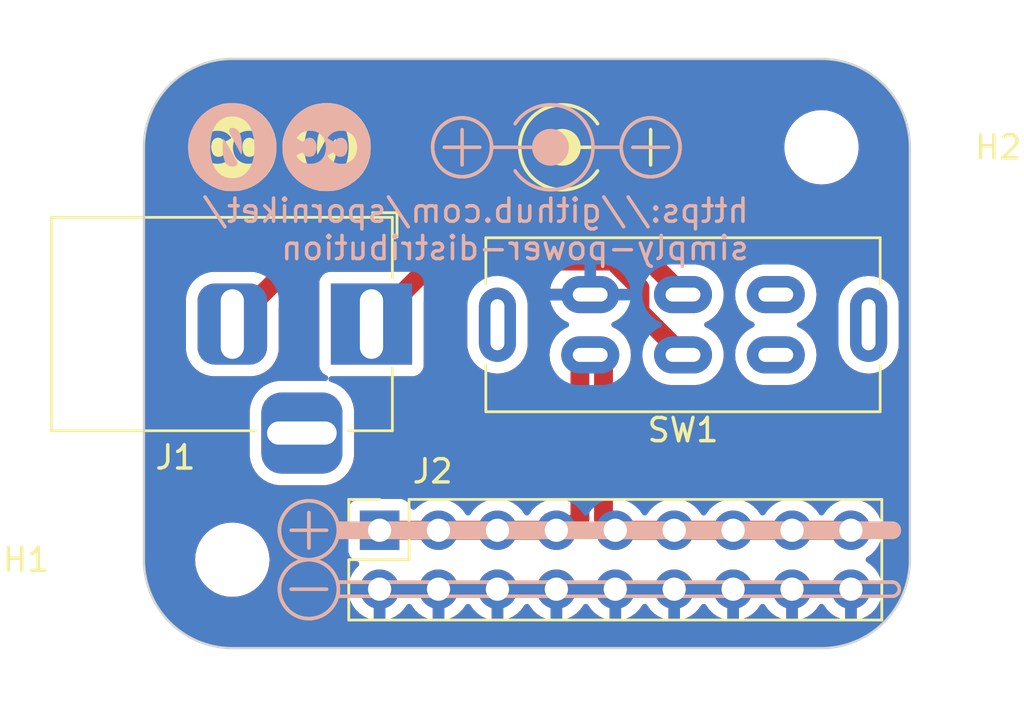
<source format=kicad_pcb>
(kicad_pcb (version 20221018) (generator pcbnew)
  (title_block (title "Simply power distribution") (date "2024-01-21") (rev "v1.0.0-RC1") (company "Sporniket") (comment 4 "Original repository : https://github.com/sporniket/simply-power-distribution"))
  (layers (0 "F.Cu" signal) (31 "B.Cu" signal) (34 "B.Paste" user) (35 "F.Paste" user) (36 "B.SilkS" user "B.Silkscreen") (37 "F.SilkS" user "F.Silkscreen") (38 "B.Mask" user) (39 "F.Mask" user) (44 "Edge.Cuts" user))
  (net 0 "")
  (net 1 "Net-(J1-Pad1)")
  (net 2 "Net-(J1-Pad2)")
  (net 5 "/GND")
  (net 6 "/VCC")
  (footprint "MountingHole:MountingHole_2.7mm_M2.5" (layer "F.Cu") (at 92.71 29.21)
    (fp_text reference "H2" (at 7.62 0) (layer "F.SilkS"))
    (fp_text value "M2.5")
    (pad "" np_thru_hole circle (at 0 0) (size 2.7 2.7) (drill 2.7) (layers "*.Cu" "*.Mask"))
  )
  (footprint "MountingHole:MountingHole_2.7mm_M2.5" (layer "F.Cu") (at 67.31 46.99)
    (fp_text reference "H1" (at -8.89 0) (layer "F.SilkS"))
    (fp_text value "M2.5")
    (pad "" np_thru_hole circle (at 0 0) (size 2.7 2.7) (drill 2.7) (layers "*.Cu" "*.Mask"))
  )
  (footprint "Connector_BarrelJack:BarrelJack_Horizontal" (layer "F.Cu") (at 73.31 36.83)
    (fp_text reference "J1" (at -8.45 5.75) (layer "F.SilkS"))
    (fp_text value "55-21 Barrel Jack")
    (fp_line (start -13.8 -4.6) (end 0.9 -4.6) (stroke (width 0.12)) (layer "F.SilkS"))
    (fp_line (start -13.8 4.6) (end -13.8 -4.6) (stroke (width 0.12)) (layer "F.SilkS"))
    (fp_line (start -5 4.6) (end -13.8 4.6) (stroke (width 0.12)) (layer "F.SilkS"))
    (fp_line (start 0.05 -4.8) (end 1.1 -4.8) (stroke (width 0.12)) (layer "F.SilkS"))
    (fp_line (start 0.9 -4.6) (end 0.9 -2) (stroke (width 0.12)) (layer "F.SilkS"))
    (fp_line (start 0.9 1.9) (end 0.9 4.6) (stroke (width 0.12)) (layer "F.SilkS"))
    (fp_line (start 0.9 4.6) (end -1 4.6) (stroke (width 0.12)) (layer "F.SilkS"))
    (fp_line (start 1.1 -3.75) (end 1.1 -4.8) (stroke (width 0.12)) (layer "F.SilkS"))
    (pad "1" thru_hole rect (at 0 0) (size 3.5 3.5) (drill oval 1 3) (layers "*.Cu" "*.Mask") (net 1 "Net-(J1-Pad1)"))
    (pad "2" thru_hole roundrect (at -6 0) (size 3 3.5) (drill oval 1 3) (layers "*.Cu" "*.Mask") (net 2 "Net-(J1-Pad2)"))
    (pad "3" thru_hole roundrect (at -3 4.7) (size 3.5 3.5) (drill oval 3 1) (layers "*.Cu" "*.Mask"))
  )
  (footprint "cliparts:logo--cc--cc" (layer "F.Cu") (at 67.31 29.21)
    (fp_text reference "G***" hide)
    (fp_text value "LOGO" hide)
    (fp_poly (pts (xy 0.181573 -1.88911) (xy 0.356543 -1.871074) (xy 0.516513 -1.837606) (xy 0.67123 -1.78662) (xy 0.830442 -1.716032) (xy 0.843643 -1.709487) (xy 1.070063 -1.576968) (xy 1.272256 -1.418939) (xy 1.448851 -1.23807) (xy 1.59848 -1.037032) (xy 1.719773 -0.818495) (xy 1.81136 -0.585129) (xy 1.871872 -0.339604) (xy 1.899941 -0.084591) (xy 1.894196 0.177239) (xy 1.878437 0.308429) (xy 1.853943 0.448409) (xy 1.825086 0.566605) (xy 1.787398 0.677514) (xy 1.736411 0.795637) (xy 1.71349 0.843643) (xy 1.594377 1.04822) (xy 1.445139 1.238044) (xy 1.270073 1.409836) (xy 1.073479 1.560318) (xy 0.859654 1.686213) (xy 0.632895 1.784243) (xy 0.397503 1.85113) (xy 0.390465 1.852598) (xy 0.274583 1.870164) (xy 0.137355 1.881003) (xy -0.009239 1.885001) (xy -0.153222 1.882044) (xy -0.282615 1.872018) (xy -0.362857 1.859794) (xy -0.608774 1.792389) (xy -0.84152 1.692819) (xy -1.058442 1.563648) (xy -1.256888 1.407438) (xy -1.434207 1.226752) (xy -1.587745 1.024153) (xy -1.714851 0.802205) (xy -1.812872 0.563469) (xy -1.855612 0.417286) (xy -1.881501 0.273424) (xy -1.894726 0.10788) (xy -1.895294 -0.034735) (xy -1.3212 -0.034735) (xy -1.318302 0.081038) (xy -1.290796 0.243029) (xy -1.237057 0.381658) (xy -1.155967 0.499747) (xy -1.150236 0.506209) (xy -1.04068 0.601841) (xy -0.911682 0.669965) (xy -0.768744 0.709424) (xy -0.617371 0.719062) (xy -0.463063 0.697722) (xy -0.371906 0.669772) (xy -0.295824 0.634434) (xy -0.224288 0.584414) (xy -0.149678 0.515804) (xy -0.098676 0.46176) (xy -0.05957 0.414453) (xy -0.038389 0.381431) (xy -0.036285 0.373837) (xy -0.052325 0.350606) (xy -0.096884 0.318213) (xy -0.164235 0.280736) (xy -0.292185 0.216302) (xy -0.368342 0.299837) (xy -0.428999 0.357355) (xy -0.486889 0.390111) (xy -0.522838 0.400697) (xy -0.618426 0.407074) (xy -0.70938 0.386575) (xy -0.783917 0.342107) (xy -0.792298 0.334209) (xy -0.846678 0.256777) (xy -0.883244 0.157152) (xy -0.901671 0.044798) (xy -0.901658 -0.000564) (xy 0.021925 -0.000564) (xy 0.032819 0.147536) (xy 0.067865 0.289005) (xy 0.127017 0.417388) (xy 0.210228 0.526226) (xy 0.228506 0.543934) (xy 0.349757 0.631795) (xy 0.487782 0.69001) (xy 0.637194 0.717665) (xy 0.792606 0.713848) (xy 0.948631 0.677644) (xy 0.970666 0.669772) (xy 1.046747 0.634434) (xy 1.118283 0.584414) (xy 1.192893 0.515804) (xy 1.243904 0.46171) (xy 1.283013 0.414289) (xy 1.304188 0.381114) (xy 1.306286 0.37346) (xy 1.29179 0.351835) (xy 1.254093 0.323517) (xy 1.201883 0.292771) (xy 1.143849 0.263861) (xy 1.088679 0.241053) (xy 1.04506 0.22861) (xy 1.021681 0.230797) (xy 1.02029 0.23308) (xy 1.003623 0.261215) (xy 0.972063 0.302343) (xy 0.959106 0.317537) (xy 0.886365 0.374553) (xy 0.797859 0.403743) (xy 0.702027 0.404313) (xy 0.607307 0.375471) (xy 0.569508 0.354149) (xy 0.517338 0.300429) (xy 0.476897 0.220085) (xy 0.449855 0.121353) (xy 0.43788 0.012473) (xy 0.442643 -0.098318) (xy 0.460246 -0.18494) (xy 0.503984 -0.281315) (xy 0.567876 -0.351762) (xy 0.645923 -0.394996) (xy 0.732128 -0.409727) (xy 0.820491 -0.394669) (xy 0.905013 -0.348535) (xy 0.962346 -0.292681) (xy 1.016645 -0.226807) (xy 1.156522 -0.30268) (xy 1.219954 -0.338556) (xy 1.269762 -0.369494) (xy 1.298243 -0.390592) (xy 1.301968 -0.395261) (xy 1.293807 -0.420456) (xy 1.263689 -0.46093) (xy 1.218455 -0.509885) (xy 1.164944 -0.560519) (xy 1.109995 -0.606035) (xy 1.060447 -0.639631) (xy 1.0511 -0.644672) (xy 0.911788 -0.696839) (xy 0.763841 -0.719532) (xy 0.614253 -0.713716) (xy 0.470018 -0.680356) (xy 0.338131 -0.620416) (xy 0.225585 -0.534862) (xy 0.220802 -0.530141) (xy 0.134623 -0.420083) (xy 0.072781 -0.29083) (xy 0.035231 -0.148838) (xy 0.021925 -0.000564) (xy -0.901658 -0.000564) (xy -0.901636 -0.070823) (xy -0.882815 -0.180246) (xy -0.844886 -0.274009) (xy -0.814547 -0.31687) (xy -0.740947 -0.375776) (xy -0.655247 -0.404356) (xy -0.56465 -0.403011) (xy -0.476356 -0.372142) (xy -0.397567 -0.31215) (xy -0.380225 -0.292681) (xy -0.325926 -0.226807) (xy -0.186049 -0.30268) (xy -0.12248 -0.338813) (xy -0.072453 -0.370357) (xy -0.043729 -0.392287) (xy -0.039923 -0.397301) (xy -0.048117 -0.422599) (xy -0.078488 -0.462977) (xy -0.124195 -0.511726) (xy -0.178395 -0.562141) (xy -0.234249 -0.607514) (xy -0.284915 -0.641138) (xy -0.293064 -0.645479) (xy -0.421737 -0.692962) (xy -0.565556 -0.716327) (xy -0.713429 -0.715426) (xy -0.854269 -0.690113) (xy -0.950387 -0.654165) (xy -1.074292 -0.574791) (xy -1.175104 -0.469605) (xy -1.251046 -0.342163) (xy -1.300338 -0.196021) (xy -1.3212 -0.034735) (xy -1.895294 -0.034735) (xy -1.895423 -0.067078) (xy -1.88373 -0.239179) (xy -1.859785 -0.396155) (xy -1.845815 -0.455728) (xy -1.767541 -0.692448) (xy -1.662289 -0.910967) (xy -1.527044 -1.11655) (xy -1.358789 -1.31446) (xy -1.346304 -1.327531) (xy -1.160235 -1.500286) (xy -0.964759 -1.639929) (xy -0.75504 -1.749348) (xy -0.526241 -1.831427) (xy -0.480631 -1.844059) (xy -0.402317 -1.863556) (xy -0.332789 -1.877142) (xy -0.261944 -1.885903) (xy -0.17968 -1.890926) (xy -0.075895 -1.893297) (xy -0.018143 -1.893796) (xy 0.181573 -1.88911)) (stroke (width 0.01)) (fill solid) (layer "F.SilkS"))
  )
  (footprint "commons-interconnect_THT:g-switch_22f12-gxxx" (layer "F.Cu") (at 86.74 36.86 180)
    (fp_text reference "SW1" (at 0 -4.542 unlocked) (layer "F.SilkS"))
    (fp_text value "Power Switch")
    (fp_line (start -8.5 -3.75) (end -8.5 -1.75) (stroke (width 0.12)) (layer "F.SilkS"))
    (fp_line (start -8.5 -3.75) (end 8.5 -3.75) (stroke (width 0.12)) (layer "F.SilkS"))
    (fp_line (start -8.5 1.75) (end -8.5 3.75) (stroke (width 0.12)) (layer "F.SilkS"))
    (fp_line (start -8.5 3.75) (end 8.5 3.75) (stroke (width 0.12)) (layer "F.SilkS"))
    (fp_line (start 8.5 -3.75) (end 8.5 -1.75) (stroke (width 0.12)) (layer "F.SilkS"))
    (fp_line (start 8.5 1.75) (end 8.5 3.75) (stroke (width 0.12)) (layer "F.SilkS"))
    (pad "0" thru_hole oval (at -8 0 270) (size 3.2 1.6) (drill oval 2.2 0.6) (layers "*.Cu" "*.Mask"))
    (pad "0" thru_hole oval (at 8 0 270) (size 3.2 1.6) (drill oval 2.2 0.6) (layers "*.Cu" "*.Mask"))
    (pad "1" thru_hole oval (at -4 -1.3 180) (size 2.5 1.6) (drill oval 1.5 0.6) (layers "*.Cu" "*.Mask"))
    (pad "2" thru_hole oval (at 0 -1.3 180) (size 2.5 1.6) (drill oval 1.5 0.6) (layers "*.Cu" "*.Mask") (net 1 "Net-(J1-Pad1)"))
    (pad "3" thru_hole oval (at 4 -1.3 180) (size 2.5 1.6) (drill oval 1.5 0.6) (layers "*.Cu" "*.Mask") (net 6 "/VCC"))
    (pad "4" thru_hole oval (at -4 1.3 180) (size 2.5 1.6) (drill oval 1.5 0.6) (layers "*.Cu" "*.Mask"))
    (pad "5" thru_hole oval (at 0 1.3 180) (size 2.5 1.6) (drill oval 1.5 0.6) (layers "*.Cu" "*.Mask") (net 2 "Net-(J1-Pad2)"))
    (pad "6" thru_hole oval (at 4 1.3 180) (size 2.5 1.6) (drill oval 1.5 0.6) (layers "*.Cu" "*.Mask") (net 5 "/GND"))
  )
  (footprint "cliparts:logo--cc--zero" (layer "F.Cu") (at 71.374 29.21)
    (fp_text reference "G***" hide)
    (fp_text value "LOGO" hide)
    (fp_poly (pts (xy 0.057321 -0.830424) (xy 0.083463 -0.820686) (xy 0.117309 -0.780814) (xy 0.137478 -0.725549) (xy 0.137747 -0.680571) (xy 0.127503 -0.657424) (xy 0.102603 -0.607525) (xy 0.06567 -0.535781) (xy 0.019328 -0.447098) (xy -0.033802 -0.346382) (xy -0.091097 -0.238539) (xy -0.149934 -0.128475) (xy -0.20769 -0.021096) (xy -0.261742 0.07869) (xy -0.309468 0.165979) (xy -0.348245 0.235863) (xy -0.375451 0.283438) (xy -0.388462 0.303795) (xy -0.388486 0.30382) (xy -0.393459 0.290764) (xy -0.400181 0.249603) (xy -0.407406 0.188391) (xy -0.40931 0.169171) (xy -0.413139 0.092066) (xy -0.413075 -0.007241) (xy -0.409332 -0.114899) (xy -0.403675 -0.199571) (xy -0.382038 -0.376288) (xy -0.349163 -0.520517) (xy -0.304017 -0.634591) (xy -0.245569 -0.720841) (xy -0.172787 -0.781601) (xy -0.138177 -0.799862) (xy -0.070544 -0.82254) (xy -0.001027 -0.833136) (xy 0.057321 -0.830424)) (stroke (width 0.01)) (fill solid) (layer "F.SilkS"))
    (fp_poly (pts (xy 0.383764 -0.357274) (xy 0.393353 -0.321778) (xy 0.40108 -0.257806) (xy 0.406723 -0.173131) (xy 0.41006 -0.075525) (xy 0.410869 0.027239) (xy 0.408929 0.127388) (xy 0.404016 0.217149) (xy 0.401074 0.249312) (xy 0.3739 0.425253) (xy 0.333003 0.568124) (xy 0.278198 0.678521) (xy 0.261348 0.702372) (xy 0.190452 0.769059) (xy 0.101924 0.813267) (xy 0.00607 0.831874) (xy -0.086801 0.82176) (xy -0.108484 0.814324) (xy -0.177149 0.773742) (xy -0.212652 0.720491) (xy -0.217714 0.686685) (xy -0.209228 0.658752) (xy -0.185436 0.606283) (xy -0.14884 0.53362) (xy -0.101939 0.445101) (xy -0.047235 0.345066) (xy 0.012774 0.237856) (xy 0.075585 0.12781) (xy 0.138699 0.019269) (xy 0.199616 -0.083428) (xy 0.255834 -0.175941) (xy 0.304853 -0.253931) (xy 0.344174 -0.313056) (xy 0.371295 -0.348978) (xy 0.383716 -0.357356) (xy 0.383764 -0.357274)) (stroke (width 0.01)) (fill solid) (layer "F.SilkS"))
    (fp_poly (pts (xy 0.165523 -1.89717) (xy 0.419686 -1.859637) (xy 0.664181 -1.787833) (xy 0.896761 -1.682579) (xy 1.115182 -1.544698) (xy 1.304474 -1.38712) (xy 1.481837 -1.195152) (xy 1.631406 -0.981221) (xy 1.750897 -0.749165) (xy 1.838026 -0.502822) (xy 1.844128 -0.480359) (xy 1.863624 -0.401998) (xy 1.877214 -0.332288) (xy 1.885988 -0.26112) (xy 1.891036 -0.178383) (xy 1.893449 -0.073966) (xy 1.893958 -0.018143) (xy 1.893143 0.121119) (xy 1.888203 0.233522) (xy 1.878477 0.32833) (xy 1.8633 0.414805) (xy 1.862771 0.417286) (xy 1.792249 0.662677) (xy 1.689954 0.891356) (xy 1.557011 1.101922) (xy 1.394546 1.292972) (xy 1.203684 1.463102) (xy 0.985551 1.61091) (xy 0.843643 1.687511) (xy 0.704335 1.75318) (xy 0.582976 1.801925) (xy 0.469017 1.836271) (xy 0.351906 1.858744) (xy 0.221093 1.871867) (xy 0.066027 1.878168) (xy 0.045357 1.878584) (xy -0.057047 1.87988) (xy -0.149573 1.879943) (xy -0.22482 1.878851) (xy -0.275389 1.876683) (xy -0.290286 1.875007) (xy -0.554392 1.807678) (xy -0.795148 1.713832) (xy -1.015524 1.591928) (xy -1.218493 1.440426) (xy -1.333868 1.333968) (xy -1.511617 1.132692) (xy -1.657864 0.913606) (xy -1.77222 0.677378) (xy -1.84672 0.45378) (xy -1.865359 0.379667) (xy -1.878292 0.31352) (xy -1.886515 0.245572) (xy -1.891027 0.166054) (xy -1.892822 0.065197) (xy -1.892977 0.011949) (xy -0.962263 0.011949) (xy -0.952186 0.225626) (xy -0.922519 0.434426) (xy -0.872812 0.63303) (xy -0.802618 0.816122) (xy -0.796966 0.828134) (xy -0.702488 0.988993) (xy -0.587229 1.120459) (xy -0.45277 1.221717) (xy -0.300691 1.29195) (xy -0.132571 1.330343) (xy 0.050008 1.33608) (xy 0.163286 1.323908) (xy 0.326889 1.280535) (xy 0.476659 1.204962) (xy 0.609024 1.099792) (xy 0.720412 0.967631) (xy 0.774855 0.878033) (xy 0.844141 0.718825) (xy 0.897988 0.533618) (xy 0.935244 0.329766) (xy 0.954756 0.114625) (xy 0.955373 -0.104449) (xy 0.947333 -0.222973) (xy 0.912947 -0.464304) (xy 0.858093 -0.676541) (xy 0.782907 -0.859426) (xy 0.687524 -1.0127) (xy 0.57208 -1.136105) (xy 0.436711 -1.229384) (xy 0.411082 -1.242542) (xy 0.249752 -1.303406) (xy 0.082219 -1.333412) (xy -0.086049 -1.333434) (xy -0.249586 -1.304349) (xy -0.402924 -1.247033) (xy -0.540596 -1.16236) (xy -0.636437 -1.074798) (xy -0.734485 -0.943512) (xy -0.815634 -0.785201) (xy -0.879434 -0.605182) (xy -0.925439 -0.408773) (xy -0.953198 -0.20129) (xy -0.962263 0.011949) (xy -1.892977 0.011949) (xy -1.893012 0) (xy -1.892259 -0.115871) (xy -1.889329 -0.205279) (xy -1.883215 -0.278029) (xy -1.87291 -0.343923) (xy -1.857409 -0.412765) (xy -1.846226 -0.455728) (xy -1.765836 -0.697077) (xy -1.658279 -0.918824) (xy -1.520588 -1.126164) (xy -1.350311 -1.323756) (xy -1.159879 -1.500692) (xy -0.961487 -1.643312) (xy -0.751606 -1.753235) (xy -0.526709 -1.832081) (xy -0.283267 -1.88147) (xy -0.096062 -1.899611) (xy 0.165523 -1.89717)) (stroke (width 0.01)) (fill solid) (layer "F.SilkS"))
  )
  (footprint "Connector_PinSocket_2.54mm:PinSocket_2x09_P2.54mm_Vertical" (layer "F.Cu") (at 73.66 45.72 90)
    (fp_text reference "J2" (at 2.54 2.286 180) (layer "F.SilkS"))
    (fp_text value "Power distribution")
    (fp_line (start -3.87 -1.33) (end -3.87 21.65) (stroke (width 0.12)) (layer "F.SilkS"))
    (fp_line (start -3.87 -1.33) (end -1.27 -1.33) (stroke (width 0.12)) (layer "F.SilkS"))
    (fp_line (start -3.87 21.65) (end 1.33 21.65) (stroke (width 0.12)) (layer "F.SilkS"))
    (fp_line (start -1.27 -1.33) (end -1.27 1.27) (stroke (width 0.12)) (layer "F.SilkS"))
    (fp_line (start -1.27 1.27) (end 1.33 1.27) (stroke (width 0.12)) (layer "F.SilkS"))
    (fp_line (start 0 -1.33) (end 1.33 -1.33) (stroke (width 0.12)) (layer "F.SilkS"))
    (fp_line (start 1.33 -1.33) (end 1.33 0) (stroke (width 0.12)) (layer "F.SilkS"))
    (fp_line (start 1.33 1.27) (end 1.33 21.65) (stroke (width 0.12)) (layer "F.SilkS"))
    (pad "1" thru_hole rect (at 0 0 90) (size 1.7 1.7) (drill 1) (layers "*.Cu" "*.Mask") (net 6 "/VCC"))
    (pad "2" thru_hole oval (at -2.54 0 90) (size 1.7 1.7) (drill 1) (layers "*.Cu" "*.Mask") (net 5 "/GND"))
    (pad "3" thru_hole oval (at 0 2.54 90) (size 1.7 1.7) (drill 1) (layers "*.Cu" "*.Mask") (net 6 "/VCC"))
    (pad "4" thru_hole oval (at -2.54 2.54 90) (size 1.7 1.7) (drill 1) (layers "*.Cu" "*.Mask") (net 5 "/GND"))
    (pad "5" thru_hole oval (at 0 5.08 90) (size 1.7 1.7) (drill 1) (layers "*.Cu" "*.Mask") (net 6 "/VCC"))
    (pad "6" thru_hole oval (at -2.54 5.08 90) (size 1.7 1.7) (drill 1) (layers "*.Cu" "*.Mask") (net 5 "/GND"))
    (pad "7" thru_hole oval (at 0 7.62 90) (size 1.7 1.7) (drill 1) (layers "*.Cu" "*.Mask") (net 6 "/VCC"))
    (pad "8" thru_hole oval (at -2.54 7.62 90) (size 1.7 1.7) (drill 1) (layers "*.Cu" "*.Mask") (net 5 "/GND"))
    (pad "9" thru_hole oval (at 0 10.16 90) (size 1.7 1.7) (drill 1) (layers "*.Cu" "*.Mask") (net 6 "/VCC"))
    (pad "10" thru_hole oval (at -2.54 10.16 90) (size 1.7 1.7) (drill 1) (layers "*.Cu" "*.Mask") (net 5 "/GND"))
    (pad "11" thru_hole oval (at 0 12.7 90) (size 1.7 1.7) (drill 1) (layers "*.Cu" "*.Mask") (net 6 "/VCC"))
    (pad "12" thru_hole oval (at -2.54 12.7 90) (size 1.7 1.7) (drill 1) (layers "*.Cu" "*.Mask") (net 5 "/GND"))
    (pad "13" thru_hole oval (at 0 15.24 90) (size 1.7 1.7) (drill 1) (layers "*.Cu" "*.Mask") (net 6 "/VCC"))
    (pad "14" thru_hole oval (at -2.54 15.24 90) (size 1.7 1.7) (drill 1) (layers "*.Cu" "*.Mask") (net 5 "/GND"))
    (pad "15" thru_hole oval (at 0 17.78 90) (size 1.7 1.7) (drill 1) (layers "*.Cu" "*.Mask") (net 6 "/VCC"))
    (pad "16" thru_hole oval (at -2.54 17.78 90) (size 1.7 1.7) (drill 1) (layers "*.Cu" "*.Mask") (net 5 "/GND"))
    (pad "17" thru_hole oval (at 0 20.32 90) (size 1.7 1.7) (drill 1) (layers "*.Cu" "*.Mask") (net 6 "/VCC"))
    (pad "18" thru_hole oval (at -2.54 20.32 90) (size 1.7 1.7) (drill 1) (layers "*.Cu" "*.Mask") (net 5 "/GND"))
  )
  (footprint "cliparts:logo--cc--zero" (layer "B.Cu") (at 67.31 29.21 180)
    (fp_text reference "G***" hide)
    (fp_text value "LOGO" hide)
    (fp_poly (pts (xy 0.057321 0.830424) (xy 0.083463 0.820686) (xy 0.117309 0.780814) (xy 0.137478 0.725549) (xy 0.137747 0.680571) (xy 0.127503 0.657424) (xy 0.102603 0.607525) (xy 0.06567 0.535781) (xy 0.019328 0.447098) (xy -0.033802 0.346382) (xy -0.091097 0.238539) (xy -0.149934 0.128475) (xy -0.20769 0.021096) (xy -0.261742 -0.07869) (xy -0.309468 -0.165979) (xy -0.348245 -0.235863) (xy -0.375451 -0.283438) (xy -0.388462 -0.303795) (xy -0.388486 -0.30382) (xy -0.393459 -0.290764) (xy -0.400181 -0.249603) (xy -0.407406 -0.188391) (xy -0.40931 -0.169171) (xy -0.413139 -0.092066) (xy -0.413075 0.007241) (xy -0.409332 0.114899) (xy -0.403675 0.199571) (xy -0.382038 0.376288) (xy -0.349163 0.520517) (xy -0.304017 0.634591) (xy -0.245569 0.720841) (xy -0.172787 0.781601) (xy -0.138177 0.799862) (xy -0.070544 0.82254) (xy -0.001027 0.833136) (xy 0.057321 0.830424)) (stroke (width 0.01)) (fill solid) (layer "B.SilkS"))
    (fp_poly (pts (xy 0.383764 0.357274) (xy 0.393353 0.321778) (xy 0.40108 0.257806) (xy 0.406723 0.173131) (xy 0.41006 0.075525) (xy 0.410869 -0.027239) (xy 0.408929 -0.127388) (xy 0.404016 -0.217149) (xy 0.401074 -0.249312) (xy 0.3739 -0.425253) (xy 0.333003 -0.568124) (xy 0.278198 -0.678521) (xy 0.261348 -0.702372) (xy 0.190452 -0.769059) (xy 0.101924 -0.813267) (xy 0.00607 -0.831874) (xy -0.086801 -0.82176) (xy -0.108484 -0.814324) (xy -0.177149 -0.773742) (xy -0.212652 -0.720491) (xy -0.217714 -0.686685) (xy -0.209228 -0.658752) (xy -0.185436 -0.606283) (xy -0.14884 -0.53362) (xy -0.101939 -0.445101) (xy -0.047235 -0.345066) (xy 0.012774 -0.237856) (xy 0.075585 -0.12781) (xy 0.138699 -0.019269) (xy 0.199616 0.083428) (xy 0.255834 0.175941) (xy 0.304853 0.253931) (xy 0.344174 0.313056) (xy 0.371295 0.348978) (xy 0.383716 0.357356) (xy 0.383764 0.357274)) (stroke (width 0.01)) (fill solid) (layer "B.SilkS"))
    (fp_poly (pts (xy 0.165523 1.89717) (xy 0.419686 1.859637) (xy 0.664181 1.787833) (xy 0.896761 1.682579) (xy 1.115182 1.544698) (xy 1.304474 1.38712) (xy 1.481837 1.195152) (xy 1.631406 0.981221) (xy 1.750897 0.749165) (xy 1.838026 0.502822) (xy 1.844128 0.480359) (xy 1.863624 0.401998) (xy 1.877214 0.332288) (xy 1.885988 0.26112) (xy 1.891036 0.178383) (xy 1.893449 0.073966) (xy 1.893958 0.018143) (xy 1.893143 -0.121119) (xy 1.888203 -0.233522) (xy 1.878477 -0.32833) (xy 1.8633 -0.414805) (xy 1.862771 -0.417286) (xy 1.792249 -0.662677) (xy 1.689954 -0.891356) (xy 1.557011 -1.101922) (xy 1.394546 -1.292972) (xy 1.203684 -1.463102) (xy 0.985551 -1.61091) (xy 0.843643 -1.687511) (xy 0.704335 -1.75318) (xy 0.582976 -1.801925) (xy 0.469017 -1.836271) (xy 0.351906 -1.858744) (xy 0.221093 -1.871867) (xy 0.066027 -1.878168) (xy 0.045357 -1.878584) (xy -0.057047 -1.87988) (xy -0.149573 -1.879943) (xy -0.22482 -1.878851) (xy -0.275389 -1.876683) (xy -0.290286 -1.875007) (xy -0.554392 -1.807678) (xy -0.795148 -1.713832) (xy -1.015524 -1.591928) (xy -1.218493 -1.440426) (xy -1.333868 -1.333968) (xy -1.511617 -1.132692) (xy -1.657864 -0.913606) (xy -1.77222 -0.677378) (xy -1.84672 -0.45378) (xy -1.865359 -0.379667) (xy -1.878292 -0.31352) (xy -1.886515 -0.245572) (xy -1.891027 -0.166054) (xy -1.892822 -0.065197) (xy -1.892977 -0.011949) (xy -0.962263 -0.011949) (xy -0.952186 -0.225626) (xy -0.922519 -0.434426) (xy -0.872812 -0.63303) (xy -0.802618 -0.816122) (xy -0.796966 -0.828134) (xy -0.702488 -0.988993) (xy -0.587229 -1.120459) (xy -0.45277 -1.221717) (xy -0.300691 -1.29195) (xy -0.132571 -1.330343) (xy 0.050008 -1.33608) (xy 0.163286 -1.323908) (xy 0.326889 -1.280535) (xy 0.476659 -1.204962) (xy 0.609024 -1.099792) (xy 0.720412 -0.967631) (xy 0.774855 -0.878033) (xy 0.844141 -0.718825) (xy 0.897988 -0.533618) (xy 0.935244 -0.329766) (xy 0.954756 -0.114625) (xy 0.955373 0.104449) (xy 0.947333 0.222973) (xy 0.912947 0.464304) (xy 0.858093 0.676541) (xy 0.782907 0.859426) (xy 0.687524 1.0127) (xy 0.57208 1.136105) (xy 0.436711 1.229384) (xy 0.411082 1.242542) (xy 0.249752 1.303406) (xy 0.082219 1.333412) (xy -0.086049 1.333434) (xy -0.249586 1.304349) (xy -0.402924 1.247033) (xy -0.540596 1.16236) (xy -0.636437 1.074798) (xy -0.734485 0.943512) (xy -0.815634 0.785201) (xy -0.879434 0.605182) (xy -0.925439 0.408773) (xy -0.953198 0.20129) (xy -0.962263 -0.011949) (xy -1.892977 -0.011949) (xy -1.893012 0) (xy -1.892259 0.115871) (xy -1.889329 0.205279) (xy -1.883215 0.278029) (xy -1.87291 0.343923) (xy -1.857409 0.412765) (xy -1.846226 0.455728) (xy -1.765836 0.697077) (xy -1.658279 0.918824) (xy -1.520588 1.126164) (xy -1.350311 1.323756) (xy -1.159879 1.500692) (xy -0.961487 1.643312) (xy -0.751606 1.753235) (xy -0.526709 1.832081) (xy -0.283267 1.88147) (xy -0.096062 1.899611) (xy 0.165523 1.89717)) (stroke (width 0.01)) (fill solid) (layer "B.SilkS"))
  )
  (footprint "cliparts:logo--cc--cc" (layer "B.Cu") (at 71.374 29.21 180)
    (fp_text reference "G***" hide)
    (fp_text value "LOGO" hide)
    (fp_poly (pts (xy 0.181573 1.88911) (xy 0.356543 1.871074) (xy 0.516513 1.837606) (xy 0.67123 1.78662) (xy 0.830442 1.716032) (xy 0.843643 1.709487) (xy 1.070063 1.576968) (xy 1.272256 1.418939) (xy 1.448851 1.23807) (xy 1.59848 1.037032) (xy 1.719773 0.818495) (xy 1.81136 0.585129) (xy 1.871872 0.339604) (xy 1.899941 0.084591) (xy 1.894196 -0.177239) (xy 1.878437 -0.308429) (xy 1.853943 -0.448409) (xy 1.825086 -0.566605) (xy 1.787398 -0.677514) (xy 1.736411 -0.795637) (xy 1.71349 -0.843643) (xy 1.594377 -1.04822) (xy 1.445139 -1.238044) (xy 1.270073 -1.409836) (xy 1.073479 -1.560318) (xy 0.859654 -1.686213) (xy 0.632895 -1.784243) (xy 0.397503 -1.85113) (xy 0.390465 -1.852598) (xy 0.274583 -1.870164) (xy 0.137355 -1.881003) (xy -0.009239 -1.885001) (xy -0.153222 -1.882044) (xy -0.282615 -1.872018) (xy -0.362857 -1.859794) (xy -0.608774 -1.792389) (xy -0.84152 -1.692819) (xy -1.058442 -1.563648) (xy -1.256888 -1.407438) (xy -1.434207 -1.226752) (xy -1.587745 -1.024153) (xy -1.714851 -0.802205) (xy -1.812872 -0.563469) (xy -1.855612 -0.417286) (xy -1.881501 -0.273424) (xy -1.894726 -0.10788) (xy -1.895294 0.034735) (xy -1.3212 0.034735) (xy -1.318302 -0.081038) (xy -1.290796 -0.243029) (xy -1.237057 -0.381658) (xy -1.155967 -0.499747) (xy -1.150236 -0.506209) (xy -1.04068 -0.601841) (xy -0.911682 -0.669965) (xy -0.768744 -0.709424) (xy -0.617371 -0.719062) (xy -0.463063 -0.697722) (xy -0.371906 -0.669772) (xy -0.295824 -0.634434) (xy -0.224288 -0.584414) (xy -0.149678 -0.515804) (xy -0.098676 -0.46176) (xy -0.05957 -0.414453) (xy -0.038389 -0.381431) (xy -0.036285 -0.373837) (xy -0.052325 -0.350606) (xy -0.096884 -0.318213) (xy -0.164235 -0.280736) (xy -0.292185 -0.216302) (xy -0.368342 -0.299837) (xy -0.428999 -0.357355) (xy -0.486889 -0.390111) (xy -0.522838 -0.400697) (xy -0.618426 -0.407074) (xy -0.70938 -0.386575) (xy -0.783917 -0.342107) (xy -0.792298 -0.334209) (xy -0.846678 -0.256777) (xy -0.883244 -0.157152) (xy -0.901671 -0.044798) (xy -0.901658 0.000564) (xy 0.021925 0.000564) (xy 0.032819 -0.147536) (xy 0.067865 -0.289005) (xy 0.127017 -0.417388) (xy 0.210228 -0.526226) (xy 0.228506 -0.543934) (xy 0.349757 -0.631795) (xy 0.487782 -0.69001) (xy 0.637194 -0.717665) (xy 0.792606 -0.713848) (xy 0.948631 -0.677644) (xy 0.970666 -0.669772) (xy 1.046747 -0.634434) (xy 1.118283 -0.584414) (xy 1.192893 -0.515804) (xy 1.243904 -0.46171) (xy 1.283013 -0.414289) (xy 1.304188 -0.381114) (xy 1.306286 -0.37346) (xy 1.29179 -0.351835) (xy 1.254093 -0.323517) (xy 1.201883 -0.292771) (xy 1.143849 -0.263861) (xy 1.088679 -0.241053) (xy 1.04506 -0.22861) (xy 1.021681 -0.230797) (xy 1.02029 -0.23308) (xy 1.003623 -0.261215) (xy 0.972063 -0.302343) (xy 0.959106 -0.317537) (xy 0.886365 -0.374553) (xy 0.797859 -0.403743) (xy 0.702027 -0.404313) (xy 0.607307 -0.375471) (xy 0.569508 -0.354149) (xy 0.517338 -0.300429) (xy 0.476897 -0.220085) (xy 0.449855 -0.121353) (xy 0.43788 -0.012473) (xy 0.442643 0.098318) (xy 0.460246 0.18494) (xy 0.503984 0.281315) (xy 0.567876 0.351762) (xy 0.645923 0.394996) (xy 0.732128 0.409727) (xy 0.820491 0.394669) (xy 0.905013 0.348535) (xy 0.962346 0.292681) (xy 1.016645 0.226807) (xy 1.156522 0.30268) (xy 1.219954 0.338556) (xy 1.269762 0.369494) (xy 1.298243 0.390592) (xy 1.301968 0.395261) (xy 1.293807 0.420456) (xy 1.263689 0.46093) (xy 1.218455 0.509885) (xy 1.164944 0.560519) (xy 1.109995 0.606035) (xy 1.060447 0.639631) (xy 1.0511 0.644672) (xy 0.911788 0.696839) (xy 0.763841 0.719532) (xy 0.614253 0.713716) (xy 0.470018 0.680356) (xy 0.338131 0.620416) (xy 0.225585 0.534862) (xy 0.220802 0.530141) (xy 0.134623 0.420083) (xy 0.072781 0.29083) (xy 0.035231 0.148838) (xy 0.021925 0.000564) (xy -0.901658 0.000564) (xy -0.901636 0.070823) (xy -0.882815 0.180246) (xy -0.844886 0.274009) (xy -0.814547 0.31687) (xy -0.740947 0.375776) (xy -0.655247 0.404356) (xy -0.56465 0.403011) (xy -0.476356 0.372142) (xy -0.397567 0.31215) (xy -0.380225 0.292681) (xy -0.325926 0.226807) (xy -0.186049 0.30268) (xy -0.12248 0.338813) (xy -0.072453 0.370357) (xy -0.043729 0.392287) (xy -0.039923 0.397301) (xy -0.048117 0.422599) (xy -0.078488 0.462977) (xy -0.124195 0.511726) (xy -0.178395 0.562141) (xy -0.234249 0.607514) (xy -0.284915 0.641138) (xy -0.293064 0.645479) (xy -0.421737 0.692962) (xy -0.565556 0.716327) (xy -0.713429 0.715426) (xy -0.854269 0.690113) (xy -0.950387 0.654165) (xy -1.074292 0.574791) (xy -1.175104 0.469605) (xy -1.251046 0.342163) (xy -1.300338 0.196021) (xy -1.3212 0.034735) (xy -1.895294 0.034735) (xy -1.895423 0.067078) (xy -1.88373 0.239179) (xy -1.859785 0.396155) (xy -1.845815 0.455728) (xy -1.767541 0.692448) (xy -1.662289 0.910967) (xy -1.527044 1.11655) (xy -1.358789 1.31446) (xy -1.346304 1.327531) (xy -1.160235 1.500286) (xy -0.964759 1.639929) (xy -0.75504 1.749348) (xy -0.526241 1.831427) (xy -0.480631 1.844059) (xy -0.402317 1.863556) (xy -0.332789 1.877142) (xy -0.261944 1.885903) (xy -0.17968 1.890926) (xy -0.075895 1.893297) (xy -0.018143 1.893796) (xy 0.181573 1.88911)) (stroke (width 0.01)) (fill solid) (layer "B.SilkS"))
  )
  (gr_circle (center 70.6108 45.72) (end 71.8808 45.72) (stroke (width 0.15)) (fill none) (layer "B.SilkS"))
  (gr_circle (center 70.6108 48.26) (end 71.8808 48.26) (stroke (width 0.15)) (fill none) (layer "B.SilkS"))
  (gr_line (start 69.8488 48.26) (end 71.3728 48.26) (stroke (width 0.15)) (layer "B.SilkS"))
  (gr_line (start 70.6108 46.482) (end 70.6108 44.958) (stroke (width 0.15)) (layer "B.SilkS"))
  (gr_line (start 95.7568 45.72) (end 72.3288 45.72) (stroke (width 0.762)) (layer "B.SilkS"))
  (gr_line (start 95.7568 47.9552) (end 71.8808 47.9552) (stroke (width 0.15)) (layer "B.SilkS"))
  (gr_line (start 95.7568 48.5648) (end 71.8808 48.5648) (stroke (width 0.15)) (layer "B.SilkS"))
  (gr_line (start 71.3728 45.72) (end 69.8488 45.72) (stroke (width 0.15)) (layer "B.SilkS"))
  (gr_circle (center 85.344 29.21) (end 84.074 29.21) (stroke (width 0.15)) (fill none) (layer "B.SilkS"))
  (gr_circle (center 77.216 29.21) (end 75.946 29.21) (stroke (width 0.15)) (fill none) (layer "B.SilkS"))
  (gr_circle (center 81.026 29.21) (end 80.30758 29.21) (stroke (width 0.15)) (fill solid) (layer "B.SilkS"))
  (gr_line (start 76.454 29.21) (end 77.978 29.21) (stroke (width 0.15)) (layer "B.SilkS"))
  (gr_line (start 77.216 29.972) (end 77.216 28.448) (stroke (width 0.15)) (layer "B.SilkS"))
  (gr_arc (start 95.7568 47.9552) (mid 96.0616 48.26) (end 95.7568 48.5648) (stroke (width 0.15)) (layer "B.SilkS"))
  (gr_arc (start 79.502 28.194) (mid 82.85762 29.21) (end 79.502 30.226) (stroke (width 0.15)) (layer "B.SilkS"))
  (gr_rect (start 71.8808 45.4152) (end 72.2872 46.0248) (stroke (width 0.15)) (fill solid) (layer "B.SilkS"))
  (gr_line (start 86.106 29.21) (end 84.582 29.21) (stroke (width 0.15)) (layer "B.SilkS"))
  (gr_line (start 84.074 29.21) (end 82.85762 29.21) (stroke (width 0.15)) (layer "B.SilkS"))
  (gr_line (start 78.486 29.21) (end 81.026 29.21) (stroke (width 0.15)) (layer "B.SilkS"))
  (gr_arc (start 83.058 30.226) (mid 79.70238 29.21) (end 83.058 28.194) (stroke (width 0.15)) (layer "F.SilkS"))
  (gr_line (start 81.534 29.21) (end 84.074 29.21) (stroke (width 0.15)) (layer "F.SilkS"))
  (gr_circle (center 85.344 29.21) (end 86.614 29.21) (stroke (width 0.15)) (fill none) (layer "F.SilkS"))
  (gr_rect (start 71.882 45.4152) (end 72.2884 46.0248) (stroke (width 0.15)) (fill solid) (layer "F.SilkS"))
  (gr_arc (start 95.758 47.9552) (mid 96.0628 48.26) (end 95.758 48.5648) (stroke (width 0.15)) (layer "F.SilkS"))
  (gr_line (start 85.344 28.448) (end 85.344 29.972) (stroke (width 0.15)) (layer "F.SilkS"))
  (gr_line (start 71.374 48.26) (end 69.85 48.26) (stroke (width 0.15)) (layer "F.SilkS"))
  (gr_line (start 71.882 47.9552) (end 95.758 47.9552) (stroke (width 0.15)) (layer "F.SilkS"))
  (gr_line (start 70.612 44.958) (end 70.612 46.482) (stroke (width 0.15)) (layer "F.SilkS"))
  (gr_circle (center 70.612 45.72) (end 71.882 45.72) (stroke (width 0.15)) (fill none) (layer "F.SilkS"))
  (gr_line (start 77.978 29.21) (end 76.454 29.21) (stroke (width 0.15)) (layer "F.SilkS"))
  (gr_line (start 69.85 45.72) (end 71.374 45.72) (stroke (width 0.15)) (layer "F.SilkS"))
  (gr_line (start 84.582 29.21) (end 86.106 29.21) (stroke (width 0.15)) (layer "F.SilkS"))
  (gr_circle (center 70.612 48.26) (end 71.882 48.26) (stroke (width 0.15)) (fill none) (layer "F.SilkS"))
  (gr_circle (center 77.216 29.21) (end 78.486 29.21) (stroke (width 0.15)) (fill none) (layer "F.SilkS"))
  (gr_line (start 71.882 48.5648) (end 95.758 48.5648) (stroke (width 0.15)) (layer "F.SilkS"))
  (gr_circle (center 81.534 29.21) (end 82.25242 29.21) (stroke (width 0.15)) (fill solid) (layer "F.SilkS"))
  (gr_line (start 79.70238 29.21) (end 78.486 29.21) (stroke (width 0.15)) (layer "F.SilkS"))
  (gr_line (start 72.33 45.72) (end 95.758 45.72) (stroke (width 0.762)) (layer "F.SilkS"))
  (gr_arc (start 96.52 46.99) (mid 95.404077 49.684077) (end 92.71 50.8) (stroke (width 0.1)) (layer "Edge.Cuts"))
  (gr_line (start 92.71 25.4) (end 67.31 25.4) (stroke (width 0.1)) (layer "Edge.Cuts"))
  (gr_arc (start 67.31 50.8) (mid 64.615923 49.684077) (end 63.5 46.99) (stroke (width 0.1)) (layer "Edge.Cuts"))
  (gr_arc (start 63.5 29.21) (mid 64.615923 26.515923) (end 67.31 25.4) (stroke (width 0.1)) (layer "Edge.Cuts"))
  (gr_line (start 96.52 46.99) (end 96.52 29.21) (stroke (width 0.1)) (layer "Edge.Cuts"))
  (gr_line (start 67.31 50.8) (end 92.71 50.8) (stroke (width 0.1)) (layer "Edge.Cuts"))
  (gr_line (start 63.5 29.21) (end 63.5 46.99) (stroke (width 0.1)) (layer "Edge.Cuts"))
  (gr_arc (start 92.71 25.4) (mid 95.404077 26.515923) (end 96.52 29.21) (stroke (width 0.1)) (layer "Edge.Cuts"))
  (gr_text "https://github.com/sporniket/\nsimply-power-distribution" (at 89.662 34.1376) (layer "B.SilkS") (effects (font (size 1 1)) (justify left bottom mirror)))
  (segment (start 76.025 34.115) (end 83.726836 34.115) (width 0.8128) (layer "F.Cu") (net 1))
  (segment (start 84.8836 35.271764) (end 84.8836 36.3036) (width 0.8128) (layer "F.Cu") (net 1))
  (segment (start 83.726836 34.115) (end 84.8836 35.271764) (width 0.8128) (layer "F.Cu") (net 1))
  (segment (start 84.8836 36.3036) (end 86.74 38.16) (width 0.8128) (layer "F.Cu") (net 1))
  (segment (start 73.31 36.83) (end 76.025 34.115) (width 0.8128) (layer "F.Cu") (net 1))
  (segment (start 71.12 33.02) (end 67.31 36.83) (width 0.8128) (layer "F.Cu") (net 2))
  (segment (start 84.2 33.02) (end 71.12 33.02) (width 0.8128) (layer "F.Cu") (net 2))
  (segment (start 86.74 35.56) (end 84.2 33.02) (width 0.8128) (layer "F.Cu") (net 2))
  (segment (start 82.296 38.604) (end 82.74 38.16) (width 0.8128) (layer "F.Cu") (net 6))
  (segment (start 81.788 45.72) (end 82.296 45.212) (width 0.8128) (layer "F.Cu") (net 6))
  (segment (start 82.296 45.212) (end 82.296 38.604) (width 0.8128) (layer "F.Cu") (net 6))
  (segment (start 93.98 45.72) (end 83.82 45.72) (width 0.8128) (layer "F.Cu") (net 6))
  (segment (start 82.74 38.16) (end 83.312 38.732) (width 0.8128) (layer "F.Cu") (net 6))
  (segment (start 83.312 38.732) (end 83.312 45.212) (width 0.8128) (layer "F.Cu") (net 6))
  (segment (start 83.312 45.212) (end 83.82 45.72) (width 0.8128) (layer "F.Cu") (net 6))
  (segment (start 73.66 45.72) (end 81.28 45.72) (width 0.8128) (layer "F.Cu") (net 6))
  (segment (start 81.28 45.72) (end 81.788 45.72) (width 0.8128) (layer "F.Cu") (net 6))
  (zone (net 5) (net_name "/GND") (layer "F.Cu") (connect_pads (clearance 0.5)) (min_thickness 0.25) (fill yes (thermal_gap 0.5) (thermal_bridge_width 0.5))
    (polygon (pts (xy 59.69 24.13) (xy 97.79 24.13) (xy 97.79 52.07) (xy 59.69 52.07)))
  )
  (zone (net 5) (net_name "/GND") (layer "B.Cu") (priority 1) (connect_pads (clearance 0.5)) (min_thickness 0.25) (fill yes (thermal_gap 0.5) (thermal_bridge_width 0.5))
    (polygon (pts (xy 60.96 22.86) (xy 99.06 22.86) (xy 99.06 53.34) (xy 60.96 53.34)))
  )
)
</source>
